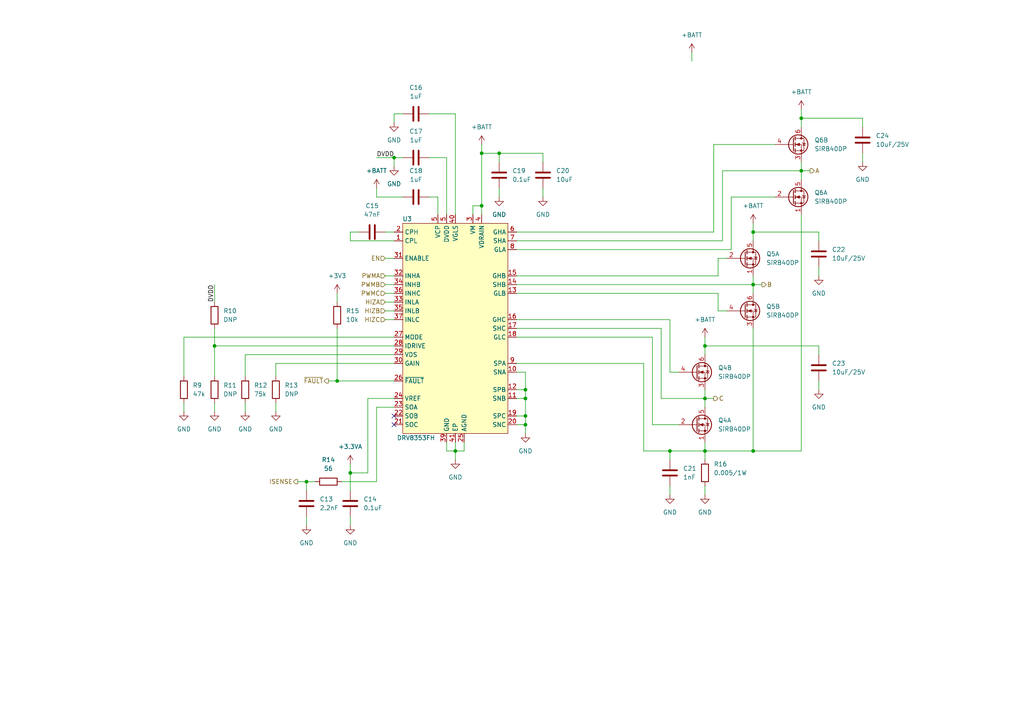
<source format=kicad_sch>
(kicad_sch (version 20210621) (generator eeschema)
  (paper "A4")
  (lib_symbols
    (symbol "Device:C" (pin_numbers hide) (pin_names (offset 0.254))
      (property "Reference" "C" (at 0.635 2.54 0))
      (property "Value" "C" (at 0.635 -2.54 0))
      (symbol "C_0_1"
        (polyline (pts (xy -2.032 -0.762) (xy 2.032 -0.762)) (stroke (width 0.508)))
        (polyline (pts (xy -2.032 0.762) (xy 2.032 0.762)) (stroke (width 0.508)))
      )
      (symbol "C_1_1"
        (pin passive line (at 0 3.81 270) (length 2.794) (name "~") (number "1"))
        (pin passive line (at 0 -3.81 90) (length 2.794) (name "~") (number "2"))
      )
    )
    (symbol "Device:R" (pin_numbers hide) (pin_names (offset 0))
      (property "Reference" "R" (at 2.032 0 90))
      (property "Value" "R" (at 0 0 90))
      (symbol "R_0_1"
        (rectangle (start -1.016 -2.54) (end 1.016 2.54) (stroke (width 0.254)))
      )
      (symbol "R_1_1"
        (pin passive line (at 0 3.81 270) (length 1.27) (name "~") (number "1"))
        (pin passive line (at 0 -3.81 90) (length 1.27) (name "~") (number "2"))
      )
    )
    (symbol "multiesc_symbols:DRV8353FH"
      (property "Reference" "U" (at -13.97 31.75 0))
      (property "Value" "DRV8353FH" (at -11.43 -31.75 0))
      (symbol "DRV8353FH_0_1"
        (rectangle (start -15.24 30.48) (end 15.24 -30.48) (stroke (width 0.1524)) (fill (type background)))
      )
      (symbol "DRV8353FH_1_1"
        (pin passive line (at -17.78 25.4 0) (length 2.54) (name "CPL") (number "1"))
        (pin input line (at 17.78 -12.7 180) (length 2.54) (name "SNA") (number "10"))
        (pin input line (at 17.78 -20.32 180) (length 2.54) (name "SNB") (number "11"))
        (pin input line (at 17.78 -17.78 180) (length 2.54) (name "SPB") (number "12"))
        (pin output line (at 17.78 10.16 180) (length 2.54) (name "GLB") (number "13"))
        (pin input line (at 17.78 12.7 180) (length 2.54) (name "SHB") (number "14"))
        (pin output line (at 17.78 15.24 180) (length 2.54) (name "GHB") (number "15"))
        (pin output line (at 17.78 2.54 180) (length 2.54) (name "GHC") (number "16"))
        (pin input line (at 17.78 0 180) (length 2.54) (name "SHC") (number "17"))
        (pin output line (at 17.78 -2.54 180) (length 2.54) (name "GLC") (number "18"))
        (pin input line (at 17.78 -25.4 180) (length 2.54) (name "SPC") (number "19"))
        (pin passive line (at -17.78 27.94 0) (length 2.54) (name "CPH") (number "2"))
        (pin input line (at 17.78 -27.94 180) (length 2.54) (name "SNC") (number "20"))
        (pin output line (at -17.78 -27.94 0) (length 2.54) (name "SOC") (number "21"))
        (pin output line (at -17.78 -25.4 0) (length 2.54) (name "SOB") (number "22"))
        (pin output line (at -17.78 -22.86 0) (length 2.54) (name "SOA") (number "23"))
        (pin power_in line (at -17.78 -20.32 0) (length 2.54) (name "VREF") (number "24"))
        (pin power_in line (at 2.54 -33.02 90) (length 2.54) (name "AGND") (number "25"))
        (pin open_collector line (at -17.78 -15.24 0) (length 2.54) (name "~{FAULT}") (number "26"))
        (pin input line (at -17.78 -2.54 0) (length 2.54) (name "MODE") (number "27"))
        (pin input line (at -17.78 -5.08 0) (length 2.54) (name "IDRIVE") (number "28"))
        (pin input line (at -17.78 -7.62 0) (length 2.54) (name "VDS") (number "29"))
        (pin power_in line (at 5.08 33.02 270) (length 2.54) (name "VM") (number "3"))
        (pin input line (at -17.78 -10.16 0) (length 2.54) (name "GAIN") (number "30"))
        (pin input line (at -17.78 20.32 0) (length 2.54) (name "ENABLE") (number "31"))
        (pin input line (at -17.78 15.24 0) (length 2.54) (name "INHA") (number "32"))
        (pin input line (at -17.78 7.62 0) (length 2.54) (name "INLA") (number "33"))
        (pin input line (at -17.78 12.7 0) (length 2.54) (name "INHB") (number "34"))
        (pin input line (at -17.78 5.08 0) (length 2.54) (name "INLB") (number "35"))
        (pin input line (at -17.78 10.16 0) (length 2.54) (name "INHC") (number "36"))
        (pin input line (at -17.78 2.54 0) (length 2.54) (name "INLC") (number "37"))
        (pin power_in line (at -2.54 -33.02 90) (length 2.54) (name "GND") (number "39"))
        (pin input line (at 7.62 33.02 270) (length 2.54) (name "VDRAIN") (number "4"))
        (pin power_out line (at 0 33.02 270) (length 2.54) (name "VGLS") (number "40"))
        (pin power_in line (at 0 -33.02 90) (length 2.54) (name "EP") (number "41"))
        (pin power_out line (at -2.54 33.02 270) (length 2.54) (name "DVDD") (number "5"))
        (pin power_out line (at -5.08 33.02 270) (length 2.54) (name "VCP") (number "5"))
        (pin output line (at 17.78 27.94 180) (length 2.54) (name "GHA") (number "6"))
        (pin input line (at 17.78 25.4 180) (length 2.54) (name "SHA") (number "7"))
        (pin output line (at 17.78 22.86 180) (length 2.54) (name "GLA") (number "8"))
        (pin input line (at 17.78 -10.16 180) (length 2.54) (name "SPA") (number "9"))
      )
    )
    (symbol "multiesc_symbols:Q_Dual_NMOS_S1G1S2G2D2D1" (pin_names (offset 0) hide)
      (property "Reference" "Q" (at 6.35 1.27 0))
      (property "Value" "Q_Dual_NMOS_S1G1S2G2D2D1" (at 19.05 -1.27 0))
      (symbol "Q_Dual_NMOS_S1G1S2G2D2D1_0_1"
        (circle (center 1.651 0) (radius 2.794) (stroke (width 0.254)))
        (circle (center 2.54 -1.778) (radius 0.254) (fill (type outline)))
        (circle (center 2.54 1.778) (radius 0.254) (fill (type outline)))
        (polyline (pts (xy 0.254 0) (xy -2.54 0)))
        (polyline (pts (xy 0.254 1.905) (xy 0.254 -1.905)) (stroke (width 0.254)))
        (polyline (pts (xy 0.762 -1.27) (xy 0.762 -2.286)) (stroke (width 0.254)))
        (polyline (pts (xy 0.762 0.508) (xy 0.762 -0.508)) (stroke (width 0.254)))
        (polyline (pts (xy 0.762 2.286) (xy 0.762 1.27)) (stroke (width 0.254)))
        (polyline (pts (xy 2.54 2.54) (xy 2.54 1.778)))
        (polyline (pts (xy 2.54 -2.54) (xy 2.54 0) (xy 0.762 0)))
        (polyline (pts (xy 0.762 -1.778) (xy 3.302 -1.778) (xy 3.302 1.778) (xy 0.762 1.778)))
        (polyline (pts (xy 2.794 0.508) (xy 2.921 0.381) (xy 3.683 0.381) (xy 3.81 0.254)))
        (polyline (pts (xy 3.302 0.381) (xy 2.921 -0.254) (xy 3.683 -0.254) (xy 3.302 0.381)))
        (polyline (pts (xy 1.016 0) (xy 2.032 0.381) (xy 2.032 -0.381) (xy 1.016 0)) (fill (type outline)))
      )
      (symbol "Q_Dual_NMOS_S1G1S2G2D2D1_1_1"
        (pin passive line (at 2.54 -5.08 90) (length 2.54) (name "S") (number "1"))
        (pin input line (at -5.08 0 0) (length 2.54) (name "G") (number "2"))
        (pin passive line (at 2.54 5.08 270) (length 2.54) (name "D") (number "5"))
      )
      (symbol "Q_Dual_NMOS_S1G1S2G2D2D1_2_1"
        (pin passive line (at 2.54 -5.08 90) (length 2.54) (name "S") (number "3"))
        (pin input line (at -5.08 0 0) (length 2.54) (name "G") (number "4"))
        (pin passive line (at 2.54 5.08 270) (length 2.54) (name "D") (number "6"))
      )
    )
    (symbol "power:+3.3V" (power) (pin_names (offset 0))
      (property "Value" "+3.3V" (at 0 3.556 0))
      (symbol "+3.3V_0_1"
        (polyline (pts (xy -0.762 1.27) (xy 0 2.54)))
        (polyline (pts (xy 0 0) (xy 0 2.54)))
        (polyline (pts (xy 0 2.54) (xy 0.762 1.27)))
      )
      (symbol "+3.3V_1_1"
        (pin power_in line (at 0 0 90) (length 0) hide (name "+3V3") (number "1"))
      )
    )
    (symbol "power:+3.3VA" (power) (pin_names (offset 0))
      (property "Value" "+3.3VA" (at 0 3.556 0))
      (symbol "+3.3VA_0_1"
        (polyline (pts (xy -0.762 1.27) (xy 0 2.54)))
        (polyline (pts (xy 0 0) (xy 0 2.54)))
        (polyline (pts (xy 0 2.54) (xy 0.762 1.27)))
      )
      (symbol "+3.3VA_1_1"
        (pin power_in line (at 0 0 90) (length 0) hide (name "+3.3VA") (number "1"))
      )
    )
    (symbol "power:+BATT" (power) (pin_names (offset 0))
      (property "Value" "+BATT" (at 0 3.556 0))
      (symbol "+BATT_0_1"
        (polyline (pts (xy -0.762 1.27) (xy 0 2.54)))
        (polyline (pts (xy 0 0) (xy 0 2.54)))
        (polyline (pts (xy 0 2.54) (xy 0.762 1.27)))
      )
      (symbol "+BATT_1_1"
        (pin power_in line (at 0 0 90) (length 0) hide (name "+BATT") (number "1"))
      )
    )
    (symbol "power:GND" (power) (pin_names (offset 0))
      (property "Value" "GND" (at 0 -3.81 0))
      (symbol "GND_0_1"
        (polyline (pts (xy 0 0) (xy 0 -1.27) (xy 1.27 -1.27) (xy 0 -2.54) (xy -1.27 -1.27) (xy 0 -1.27)))
      )
      (symbol "GND_1_1"
        (pin power_in line (at 0 0 270) (length 0) hide (name "GND") (number "1"))
      )
    )
  )
  (junction (at 62.23 100.33) (diameter 0.9144))
  (junction (at 88.9 139.7) (diameter 0.9144))
  (junction (at 97.79 110.49) (diameter 0.9144))
  (junction (at 101.6 137.16) (diameter 0.9144))
  (junction (at 114.3 45.72) (diameter 0.9144))
  (junction (at 132.08 130.81) (diameter 0.9144))
  (junction (at 139.7 44.45) (diameter 0.9144))
  (junction (at 139.7 59.69) (diameter 0.9144))
  (junction (at 144.78 44.45) (diameter 0.9144))
  (junction (at 152.4 113.03) (diameter 0.9144))
  (junction (at 152.4 115.57) (diameter 0.9144))
  (junction (at 152.4 120.65) (diameter 0.9144))
  (junction (at 152.4 123.19) (diameter 0.9144))
  (junction (at 194.31 130.81) (diameter 0.9144))
  (junction (at 204.47 100.33) (diameter 0.9144))
  (junction (at 204.47 115.57) (diameter 0.9144))
  (junction (at 204.47 130.81) (diameter 0.9144))
  (junction (at 218.44 67.31) (diameter 0.9144))
  (junction (at 218.44 82.55) (diameter 0.9144))
  (junction (at 218.44 130.81) (diameter 0.9144))
  (junction (at 232.41 34.29) (diameter 0.9144))
  (junction (at 232.41 49.53) (diameter 0.9144))
  (no_connect (at 114.3 120.65))
  (no_connect (at 114.3 123.19))
  (wire (pts (xy 53.34 97.79) (xy 53.34 109.22)))
  (wire (pts (xy 53.34 116.84) (xy 53.34 119.38)))
  (wire (pts (xy 62.23 82.55) (xy 62.23 87.63)))
  (wire (pts (xy 62.23 95.25) (xy 62.23 100.33)))
  (wire (pts (xy 62.23 100.33) (xy 62.23 109.22)))
  (wire (pts (xy 62.23 116.84) (xy 62.23 119.38)))
  (wire (pts (xy 71.12 102.87) (xy 71.12 109.22)))
  (wire (pts (xy 71.12 116.84) (xy 71.12 119.38)))
  (wire (pts (xy 80.01 105.41) (xy 114.3 105.41)))
  (wire (pts (xy 80.01 109.22) (xy 80.01 105.41)))
  (wire (pts (xy 80.01 116.84) (xy 80.01 119.38)))
  (wire (pts (xy 86.36 139.7) (xy 88.9 139.7)))
  (wire (pts (xy 88.9 139.7) (xy 88.9 142.24)))
  (wire (pts (xy 88.9 149.86) (xy 88.9 152.4)))
  (wire (pts (xy 91.44 139.7) (xy 88.9 139.7)))
  (wire (pts (xy 95.25 110.49) (xy 97.79 110.49)))
  (wire (pts (xy 97.79 85.09) (xy 97.79 87.63)))
  (wire (pts (xy 97.79 110.49) (xy 97.79 95.25)))
  (wire (pts (xy 97.79 110.49) (xy 114.3 110.49)))
  (wire (pts (xy 101.6 67.31) (xy 104.14 67.31)))
  (wire (pts (xy 101.6 69.85) (xy 101.6 67.31)))
  (wire (pts (xy 101.6 134.62) (xy 101.6 137.16)))
  (wire (pts (xy 101.6 137.16) (xy 101.6 142.24)))
  (wire (pts (xy 101.6 149.86) (xy 101.6 152.4)))
  (wire (pts (xy 106.68 115.57) (xy 106.68 137.16)))
  (wire (pts (xy 106.68 137.16) (xy 101.6 137.16)))
  (wire (pts (xy 109.22 45.72) (xy 114.3 45.72)))
  (wire (pts (xy 109.22 57.15) (xy 109.22 54.61)))
  (wire (pts (xy 109.22 57.15) (xy 116.84 57.15)))
  (wire (pts (xy 109.22 118.11) (xy 109.22 139.7)))
  (wire (pts (xy 109.22 139.7) (xy 99.06 139.7)))
  (wire (pts (xy 111.76 67.31) (xy 114.3 67.31)))
  (wire (pts (xy 111.76 74.93) (xy 114.3 74.93)))
  (wire (pts (xy 111.76 80.01) (xy 114.3 80.01)))
  (wire (pts (xy 111.76 82.55) (xy 114.3 82.55)))
  (wire (pts (xy 111.76 85.09) (xy 114.3 85.09)))
  (wire (pts (xy 111.76 87.63) (xy 114.3 87.63)))
  (wire (pts (xy 111.76 90.17) (xy 114.3 90.17)))
  (wire (pts (xy 111.76 92.71) (xy 114.3 92.71)))
  (wire (pts (xy 114.3 33.02) (xy 114.3 35.56)))
  (wire (pts (xy 114.3 45.72) (xy 114.3 48.26)))
  (wire (pts (xy 114.3 69.85) (xy 101.6 69.85)))
  (wire (pts (xy 114.3 97.79) (xy 53.34 97.79)))
  (wire (pts (xy 114.3 100.33) (xy 62.23 100.33)))
  (wire (pts (xy 114.3 102.87) (xy 71.12 102.87)))
  (wire (pts (xy 114.3 115.57) (xy 106.68 115.57)))
  (wire (pts (xy 114.3 118.11) (xy 109.22 118.11)))
  (wire (pts (xy 116.84 33.02) (xy 114.3 33.02)))
  (wire (pts (xy 116.84 45.72) (xy 114.3 45.72)))
  (wire (pts (xy 124.46 33.02) (xy 132.08 33.02)))
  (wire (pts (xy 124.46 45.72) (xy 129.54 45.72)))
  (wire (pts (xy 124.46 57.15) (xy 127 57.15)))
  (wire (pts (xy 127 57.15) (xy 127 62.23)))
  (wire (pts (xy 129.54 45.72) (xy 129.54 62.23)))
  (wire (pts (xy 129.54 128.27) (xy 129.54 130.81)))
  (wire (pts (xy 129.54 130.81) (xy 132.08 130.81)))
  (wire (pts (xy 132.08 33.02) (xy 132.08 62.23)))
  (wire (pts (xy 132.08 128.27) (xy 132.08 130.81)))
  (wire (pts (xy 132.08 130.81) (xy 132.08 133.35)))
  (wire (pts (xy 132.08 130.81) (xy 134.62 130.81)))
  (wire (pts (xy 134.62 130.81) (xy 134.62 128.27)))
  (wire (pts (xy 137.16 59.69) (xy 139.7 59.69)))
  (wire (pts (xy 137.16 62.23) (xy 137.16 59.69)))
  (wire (pts (xy 139.7 44.45) (xy 139.7 41.91)))
  (wire (pts (xy 139.7 44.45) (xy 139.7 59.69)))
  (wire (pts (xy 139.7 59.69) (xy 139.7 62.23)))
  (wire (pts (xy 144.78 44.45) (xy 139.7 44.45)))
  (wire (pts (xy 144.78 44.45) (xy 144.78 46.99)))
  (wire (pts (xy 144.78 54.61) (xy 144.78 57.15)))
  (wire (pts (xy 149.86 82.55) (xy 218.44 82.55)))
  (wire (pts (xy 149.86 105.41) (xy 186.69 105.41)))
  (wire (pts (xy 149.86 113.03) (xy 152.4 113.03)))
  (wire (pts (xy 149.86 115.57) (xy 152.4 115.57)))
  (wire (pts (xy 149.86 120.65) (xy 152.4 120.65)))
  (wire (pts (xy 149.86 123.19) (xy 152.4 123.19)))
  (wire (pts (xy 152.4 107.95) (xy 149.86 107.95)))
  (wire (pts (xy 152.4 113.03) (xy 152.4 107.95)))
  (wire (pts (xy 152.4 115.57) (xy 152.4 113.03)))
  (wire (pts (xy 152.4 120.65) (xy 152.4 115.57)))
  (wire (pts (xy 152.4 123.19) (xy 152.4 120.65)))
  (wire (pts (xy 152.4 123.19) (xy 152.4 125.73)))
  (wire (pts (xy 157.48 44.45) (xy 144.78 44.45)))
  (wire (pts (xy 157.48 46.99) (xy 157.48 44.45)))
  (wire (pts (xy 157.48 54.61) (xy 157.48 57.15)))
  (wire (pts (xy 186.69 105.41) (xy 186.69 130.81)))
  (wire (pts (xy 186.69 130.81) (xy 194.31 130.81)))
  (wire (pts (xy 189.23 97.79) (xy 149.86 97.79)))
  (wire (pts (xy 189.23 123.19) (xy 189.23 97.79)))
  (wire (pts (xy 191.77 95.25) (xy 149.86 95.25)))
  (wire (pts (xy 191.77 115.57) (xy 191.77 95.25)))
  (wire (pts (xy 194.31 92.71) (xy 149.86 92.71)))
  (wire (pts (xy 194.31 107.95) (xy 194.31 92.71)))
  (wire (pts (xy 194.31 130.81) (xy 194.31 133.35)))
  (wire (pts (xy 194.31 130.81) (xy 204.47 130.81)))
  (wire (pts (xy 194.31 140.97) (xy 194.31 143.51)))
  (wire (pts (xy 196.85 107.95) (xy 194.31 107.95)))
  (wire (pts (xy 196.85 123.19) (xy 189.23 123.19)))
  (wire (pts (xy 200.66 15.24) (xy 200.66 17.78)))
  (wire (pts (xy 204.47 97.79) (xy 204.47 100.33)))
  (wire (pts (xy 204.47 100.33) (xy 204.47 102.87)))
  (wire (pts (xy 204.47 113.03) (xy 204.47 115.57)))
  (wire (pts (xy 204.47 115.57) (xy 191.77 115.57)))
  (wire (pts (xy 204.47 115.57) (xy 204.47 118.11)))
  (wire (pts (xy 204.47 115.57) (xy 207.01 115.57)))
  (wire (pts (xy 204.47 128.27) (xy 204.47 130.81)))
  (wire (pts (xy 204.47 130.81) (xy 204.47 133.35)))
  (wire (pts (xy 204.47 140.97) (xy 204.47 143.51)))
  (wire (pts (xy 207.01 41.91) (xy 207.01 67.31)))
  (wire (pts (xy 207.01 67.31) (xy 149.86 67.31)))
  (wire (pts (xy 208.28 74.93) (xy 208.28 80.01)))
  (wire (pts (xy 208.28 80.01) (xy 149.86 80.01)))
  (wire (pts (xy 208.28 85.09) (xy 149.86 85.09)))
  (wire (pts (xy 208.28 90.17) (xy 208.28 85.09)))
  (wire (pts (xy 209.55 49.53) (xy 209.55 69.85)))
  (wire (pts (xy 209.55 69.85) (xy 149.86 69.85)))
  (wire (pts (xy 210.82 74.93) (xy 208.28 74.93)))
  (wire (pts (xy 210.82 90.17) (xy 208.28 90.17)))
  (wire (pts (xy 212.09 57.15) (xy 212.09 72.39)))
  (wire (pts (xy 212.09 72.39) (xy 149.86 72.39)))
  (wire (pts (xy 218.44 64.77) (xy 218.44 67.31)))
  (wire (pts (xy 218.44 67.31) (xy 218.44 69.85)))
  (wire (pts (xy 218.44 80.01) (xy 218.44 82.55)))
  (wire (pts (xy 218.44 82.55) (xy 218.44 85.09)))
  (wire (pts (xy 218.44 82.55) (xy 220.98 82.55)))
  (wire (pts (xy 218.44 95.25) (xy 218.44 130.81)))
  (wire (pts (xy 218.44 130.81) (xy 204.47 130.81)))
  (wire (pts (xy 224.79 41.91) (xy 207.01 41.91)))
  (wire (pts (xy 224.79 57.15) (xy 212.09 57.15)))
  (wire (pts (xy 232.41 31.75) (xy 232.41 34.29)))
  (wire (pts (xy 232.41 34.29) (xy 232.41 36.83)))
  (wire (pts (xy 232.41 46.99) (xy 232.41 49.53)))
  (wire (pts (xy 232.41 49.53) (xy 209.55 49.53)))
  (wire (pts (xy 232.41 49.53) (xy 232.41 52.07)))
  (wire (pts (xy 232.41 49.53) (xy 234.95 49.53)))
  (wire (pts (xy 232.41 62.23) (xy 232.41 130.81)))
  (wire (pts (xy 232.41 130.81) (xy 218.44 130.81)))
  (wire (pts (xy 237.49 67.31) (xy 218.44 67.31)))
  (wire (pts (xy 237.49 69.85) (xy 237.49 67.31)))
  (wire (pts (xy 237.49 77.47) (xy 237.49 80.01)))
  (wire (pts (xy 237.49 100.33) (xy 204.47 100.33)))
  (wire (pts (xy 237.49 102.87) (xy 237.49 100.33)))
  (wire (pts (xy 237.49 110.49) (xy 237.49 113.03)))
  (wire (pts (xy 250.19 34.29) (xy 232.41 34.29)))
  (wire (pts (xy 250.19 36.83) (xy 250.19 34.29)))
  (wire (pts (xy 250.19 44.45) (xy 250.19 46.99)))
  (label "DVDD" (at 62.23 82.55 270))
  (label "DVDD" (at 109.22 45.72 0))
  (hierarchical_label "ISENSE" (shape output) (at 86.36 139.7 180))
  (hierarchical_label "~{FAULT}" (shape output) (at 95.25 110.49 180))
  (hierarchical_label "EN" (shape input) (at 111.76 74.93 180))
  (hierarchical_label "PWMA" (shape input) (at 111.76 80.01 180))
  (hierarchical_label "PWMB" (shape input) (at 111.76 82.55 180))
  (hierarchical_label "PWMC" (shape input) (at 111.76 85.09 180))
  (hierarchical_label "HIZA" (shape input) (at 111.76 87.63 180))
  (hierarchical_label "HIZB" (shape input) (at 111.76 90.17 180))
  (hierarchical_label "HIZC" (shape input) (at 111.76 92.71 180))
  (hierarchical_label "C" (shape output) (at 207.01 115.57 0))
  (hierarchical_label "B" (shape output) (at 220.98 82.55 0))
  (hierarchical_label "A" (shape output) (at 234.95 49.53 0))
  (symbol (lib_id "power:+3.3V") (at 97.79 85.09 0) (unit 1)
    (property "Reference" "#PWR0218" (effects hide))
    (property "Value" "+3.3V" (at 97.79 80.01 0))
  )
  (symbol (lib_id "power:+3.3VA") (at 101.6 134.62 0) (unit 1)
    (property "Reference" "#PWR0206" (effects hide))
    (property "Value" "+3.3VA" (at 101.6 129.54 0))
  )
  (symbol (lib_id "power:+BATT") (at 109.22 54.61 0) (unit 1)
    (property "Reference" "#PWR0131" (effects hide))
    (property "Value" "+BATT" (at 109.22 49.53 0))
  )
  (symbol (lib_id "power:+BATT") (at 139.7 41.91 0) (unit 1)
    (property "Reference" "#PWR0119" (effects hide))
    (property "Value" "+BATT" (at 139.7 36.83 0))
  )
  (symbol (lib_id "power:+BATT") (at 200.66 15.24 0) (unit 1)
    (property "Reference" "#PWR0126" (effects hide))
    (property "Value" "+BATT" (at 200.66 10.16 0))
  )
  (symbol (lib_id "power:+BATT") (at 204.47 97.79 0) (unit 1)
    (property "Reference" "#PWR0123" (effects hide))
    (property "Value" "+BATT" (at 204.47 92.71 0))
  )
  (symbol (lib_id "power:+BATT") (at 218.44 64.77 0) (unit 1)
    (property "Reference" "#PWR0129" (effects hide))
    (property "Value" "+BATT" (at 218.44 59.69 0))
  )
  (symbol (lib_id "power:+BATT") (at 232.41 31.75 0) (unit 1)
    (property "Reference" "#PWR0128" (effects hide))
    (property "Value" "+BATT" (at 232.41 26.67 0))
  )
  (symbol (lib_id "power:GND") (at 53.34 119.38 0) (unit 1)
    (property "Reference" "#PWR0138" (effects hide))
    (property "Value" "GND" (at 53.34 124.46 0))
  )
  (symbol (lib_id "power:GND") (at 62.23 119.38 0) (unit 1)
    (property "Reference" "#PWR0137" (effects hide))
    (property "Value" "GND" (at 62.23 124.46 0))
  )
  (symbol (lib_id "power:GND") (at 71.12 119.38 0) (unit 1)
    (property "Reference" "#PWR0135" (effects hide))
    (property "Value" "GND" (at 71.12 124.46 0))
  )
  (symbol (lib_id "power:GND") (at 80.01 119.38 0) (unit 1)
    (property "Reference" "#PWR0136" (effects hide))
    (property "Value" "GND" (at 80.01 124.46 0))
  )
  (symbol (lib_id "power:GND") (at 88.9 152.4 0) (unit 1)
    (property "Reference" "#PWR0140" (effects hide))
    (property "Value" "GND" (at 88.9 157.48 0))
  )
  (symbol (lib_id "power:GND") (at 101.6 152.4 0) (unit 1)
    (property "Reference" "#PWR0139" (effects hide))
    (property "Value" "GND" (at 101.6 157.48 0))
  )
  (symbol (lib_id "power:GND") (at 114.3 35.56 0) (unit 1)
    (property "Reference" "#PWR0130" (effects hide))
    (property "Value" "GND" (at 114.3 40.64 0))
  )
  (symbol (lib_id "power:GND") (at 114.3 48.26 0) (unit 1)
    (property "Reference" "#PWR0132" (effects hide))
    (property "Value" "GND" (at 114.3 53.34 0))
  )
  (symbol (lib_id "power:GND") (at 132.08 133.35 0) (unit 1)
    (property "Reference" "#PWR0134" (effects hide))
    (property "Value" "GND" (at 132.08 138.43 0))
  )
  (symbol (lib_id "power:GND") (at 144.78 57.15 0) (unit 1)
    (property "Reference" "#PWR0118" (effects hide))
    (property "Value" "GND" (at 144.78 62.23 0))
  )
  (symbol (lib_id "power:GND") (at 152.4 125.73 0) (unit 1)
    (property "Reference" "#PWR0133" (effects hide))
    (property "Value" "GND" (at 152.4 130.81 0))
  )
  (symbol (lib_id "power:GND") (at 157.48 57.15 0) (unit 1)
    (property "Reference" "#PWR0120" (effects hide))
    (property "Value" "GND" (at 157.48 62.23 0))
  )
  (symbol (lib_id "power:GND") (at 194.31 143.51 0) (unit 1)
    (property "Reference" "#PWR0122" (effects hide))
    (property "Value" "GND" (at 194.31 148.59 0))
  )
  (symbol (lib_id "power:GND") (at 204.47 143.51 0) (unit 1)
    (property "Reference" "#PWR0121" (effects hide))
    (property "Value" "GND" (at 204.47 148.59 0))
  )
  (symbol (lib_id "power:GND") (at 237.49 80.01 0) (unit 1)
    (property "Reference" "#PWR0124" (effects hide))
    (property "Value" "GND" (at 237.49 85.09 0))
  )
  (symbol (lib_id "power:GND") (at 237.49 113.03 0) (unit 1)
    (property "Reference" "#PWR0125" (effects hide))
    (property "Value" "GND" (at 237.49 118.11 0))
  )
  (symbol (lib_id "power:GND") (at 250.19 46.99 0) (unit 1)
    (property "Reference" "#PWR0127" (effects hide))
    (property "Value" "GND" (at 250.19 52.07 0))
  )
  (symbol (lib_id "Device:R") (at 53.34 113.03 180) (unit 1)
    (property "Reference" "R9" (at 55.88 111.7599 0) (effects (justify right)))
    (property "Value" "47k" (at 55.88 114.2999 0) (effects (justify right)))
    (property "Footprint" "Resistor_SMD:R_0402_1005Metric" (effects hide))
  )
  (symbol (lib_id "Device:R") (at 62.23 91.44 180) (unit 1)
    (property "Reference" "R10" (at 64.77 90.1699 0) (effects (justify right)))
    (property "Value" "DNP" (at 64.77 92.7099 0) (effects (justify right)))
    (property "Footprint" "Resistor_SMD:R_0402_1005Metric" (effects hide))
  )
  (symbol (lib_id "Device:R") (at 62.23 113.03 180) (unit 1)
    (property "Reference" "R11" (at 64.77 111.7599 0) (effects (justify right)))
    (property "Value" "DNP" (at 64.77 114.2999 0) (effects (justify right)))
    (property "Footprint" "Resistor_SMD:R_0402_1005Metric" (effects hide))
  )
  (symbol (lib_id "Device:R") (at 71.12 113.03 180) (unit 1)
    (property "Reference" "R12" (at 73.66 111.7599 0) (effects (justify right)))
    (property "Value" "75k" (at 73.66 114.2999 0) (effects (justify right)))
    (property "Footprint" "Resistor_SMD:R_0402_1005Metric" (effects hide))
  )
  (symbol (lib_id "Device:R") (at 80.01 113.03 180) (unit 1)
    (property "Reference" "R13" (at 82.55 111.7599 0) (effects (justify right)))
    (property "Value" "DNP" (at 82.55 114.2999 0) (effects (justify right)))
    (property "Footprint" "Resistor_SMD:R_0402_1005Metric" (effects hide))
  )
  (symbol (lib_id "Device:R") (at 95.25 139.7 90) (unit 1)
    (property "Reference" "R14" (at 95.25 133.35 90))
    (property "Value" "56" (at 95.25 135.89 90))
    (property "Footprint" "Resistor_SMD:R_0402_1005Metric" (effects hide))
  )
  (symbol (lib_id "Device:R") (at 97.79 91.44 180) (unit 1)
    (property "Reference" "R15" (at 100.33 90.1699 0) (effects (justify right)))
    (property "Value" "10k" (at 100.33 92.7099 0) (effects (justify right)))
    (property "Footprint" "Resistor_SMD:R_0402_1005Metric" (effects hide))
  )
  (symbol (lib_id "Device:R") (at 204.47 137.16 0) (unit 1)
    (property "Reference" "R16" (at 207.01 134.6199 0) (effects (justify left)))
    (property "Value" "0.005{slash}1W" (at 207.01 137.1599 0) (effects (justify left)))
    (property "Footprint" "Resistor_SMD:R_0612_1632Metric" (effects hide))
  )
  (symbol (lib_id "Device:C") (at 88.9 146.05 180) (unit 1)
    (property "Reference" "C13" (at 92.71 144.7799 0) (effects (justify right)))
    (property "Value" "2.2nF" (at 92.71 147.3199 0) (effects (justify right)))
    (property "Footprint" "Capacitor_SMD:C_0402_1005Metric" (effects hide))
  )
  (symbol (lib_id "Device:C") (at 101.6 146.05 180) (unit 1)
    (property "Reference" "C14" (at 105.41 144.7799 0) (effects (justify right)))
    (property "Value" "0.1uF" (at 105.41 147.3199 0) (effects (justify right)))
    (property "Footprint" "Capacitor_SMD:C_0402_1005Metric" (effects hide))
    (property "Digikey" "1276-6720-1-ND" (effects hide))
  )
  (symbol (lib_id "Device:C") (at 107.95 67.31 90) (unit 1)
    (property "Reference" "C15" (at 107.95 59.69 90))
    (property "Value" "47nF" (at 107.95 62.23 90))
    (property "Footprint" "Capacitor_SMD:C_0402_1005Metric" (effects hide))
    (property "Digikey" "587-1225-1-ND" (effects hide))
  )
  (symbol (lib_id "Device:C") (at 120.65 33.02 270) (unit 1)
    (property "Reference" "C16" (at 120.65 25.4 90))
    (property "Value" "1uF" (at 120.65 27.94 90))
    (property "Footprint" "Capacitor_SMD:C_0603_1608Metric" (effects hide))
    (property "Digikey" "1276-1184-1-ND" (effects hide))
  )
  (symbol (lib_id "Device:C") (at 120.65 45.72 270) (unit 1)
    (property "Reference" "C17" (at 120.65 38.1 90))
    (property "Value" "1uF" (at 120.65 40.64 90))
    (property "Footprint" "Capacitor_SMD:C_0603_1608Metric" (effects hide))
    (property "Digikey" "1276-1184-1-ND" (effects hide))
  )
  (symbol (lib_id "Device:C") (at 120.65 57.15 270) (unit 1)
    (property "Reference" "C18" (at 120.65 49.53 90))
    (property "Value" "1uF" (at 120.65 52.07 90))
    (property "Footprint" "Capacitor_SMD:C_0603_1608Metric" (effects hide))
    (property "Digikey" "1276-1184-1-ND" (effects hide))
  )
  (symbol (lib_id "Device:C") (at 144.78 50.8 180) (unit 1)
    (property "Reference" "C19" (at 148.59 49.5299 0) (effects (justify right)))
    (property "Value" "0.1uF" (at 148.59 52.0699 0) (effects (justify right)))
    (property "Footprint" "Capacitor_SMD:C_0402_1005Metric" (effects hide))
    (property "Digikey" "1276-6720-1-ND" (effects hide))
  )
  (symbol (lib_id "Device:C") (at 157.48 50.8 180) (unit 1)
    (property "Reference" "C20" (at 161.29 49.5299 0) (effects (justify right)))
    (property "Value" "10uF" (at 161.29 52.0699 0) (effects (justify right)))
    (property "Footprint" "Capacitor_SMD:C_0805_2012Metric" (effects hide))
  )
  (symbol (lib_id "Device:C") (at 194.31 137.16 180) (unit 1)
    (property "Reference" "C21" (at 198.12 135.8899 0) (effects (justify right)))
    (property "Value" "1nF" (at 198.12 138.4299 0) (effects (justify right)))
    (property "Footprint" "Resistor_SMD:R_0402_1005Metric" (effects hide))
    (property "Digikey" "732-7556-1-ND" (effects hide))
  )
  (symbol (lib_id "Device:C") (at 237.49 73.66 0) (unit 1)
    (property "Reference" "C22" (at 241.3 72.3899 0) (effects (justify left)))
    (property "Value" "10uF{slash}25V" (at 241.3 74.9299 0) (effects (justify left)))
    (property "Footprint" "Capacitor_SMD:C_0805_2012Metric" (effects hide))
  )
  (symbol (lib_id "Device:C") (at 237.49 106.68 0) (unit 1)
    (property "Reference" "C23" (at 241.3 105.4099 0) (effects (justify left)))
    (property "Value" "10uF{slash}25V" (at 241.3 107.9499 0) (effects (justify left)))
    (property "Footprint" "Capacitor_SMD:C_0805_2012Metric" (effects hide))
  )
  (symbol (lib_id "Device:C") (at 250.19 40.64 0) (unit 1)
    (property "Reference" "C24" (at 254 39.3699 0) (effects (justify left)))
    (property "Value" "10uF{slash}25V" (at 254 41.9099 0) (effects (justify left)))
    (property "Footprint" "Capacitor_SMD:C_0805_2012Metric" (effects hide))
  )
  (symbol (lib_id "multiesc_symbols:Q_Dual_NMOS_S1G1S2G2D2D1") (at 201.93 107.95 0) (unit 2)
    (property "Reference" "Q4" (at 208.28 106.6799 0) (effects (justify left)))
    (property "Value" "SiRB40DP" (at 208.28 109.2199 0) (effects (justify left)))
    (property "Footprint" "Package_SO:PowerPAK_SO-8_Dual" (effects hide))
  )
  (symbol (lib_id "multiesc_symbols:Q_Dual_NMOS_S1G1S2G2D2D1") (at 201.93 123.19 0) (unit 1)
    (property "Reference" "Q4" (at 208.28 121.9199 0) (effects (justify left)))
    (property "Value" "SiRB40DP" (at 208.28 124.4599 0) (effects (justify left)))
    (property "Footprint" "Package_SO:PowerPAK_SO-8_Dual" (effects hide))
  )
  (symbol (lib_id "multiesc_symbols:Q_Dual_NMOS_S1G1S2G2D2D1") (at 215.9 74.93 0) (unit 1)
    (property "Reference" "Q5" (at 222.25 73.6599 0) (effects (justify left)))
    (property "Value" "SiRB40DP" (at 222.25 76.1999 0) (effects (justify left)))
    (property "Footprint" "Package_SO:PowerPAK_SO-8_Dual" (effects hide))
  )
  (symbol (lib_id "multiesc_symbols:Q_Dual_NMOS_S1G1S2G2D2D1") (at 215.9 90.17 0) (unit 2)
    (property "Reference" "Q5" (at 222.25 88.8999 0) (effects (justify left)))
    (property "Value" "SiRB40DP" (at 222.25 91.4399 0) (effects (justify left)))
    (property "Footprint" "Package_SO:PowerPAK_SO-8_Dual" (effects hide))
  )
  (symbol (lib_id "multiesc_symbols:Q_Dual_NMOS_S1G1S2G2D2D1") (at 229.87 41.91 0) (unit 2)
    (property "Reference" "Q6" (at 236.22 40.6399 0) (effects (justify left)))
    (property "Value" "SiRB40DP" (at 236.22 43.1799 0) (effects (justify left)))
    (property "Footprint" "Package_SO:PowerPAK_SO-8_Dual" (effects hide))
  )
  (symbol (lib_id "multiesc_symbols:Q_Dual_NMOS_S1G1S2G2D2D1") (at 229.87 57.15 0) (unit 1)
    (property "Reference" "Q6" (at 236.22 55.8799 0) (effects (justify left)))
    (property "Value" "SiRB40DP" (at 236.22 58.4199 0) (effects (justify left)))
    (property "Footprint" "Package_SO:PowerPAK_SO-8_Dual" (effects hide))
  )
  (symbol (lib_id "multiesc_symbols:DRV8353FH") (at 132.08 95.25 0) (unit 1)
    (property "Reference" "U3" (at 118.11 63.5 0))
    (property "Value" "DRV8353FH" (at 120.65 127 0))
    (property "Footprint" "Package_DFN_QFN:Texas_S-PVQFN-N40_EP4.15x4.15mm" (effects hide))
    (property "Datasheet" "https://www.ti.com/lit/ds/symlink/drv8353f.pdf" (effects hide))
  )
)
</source>
